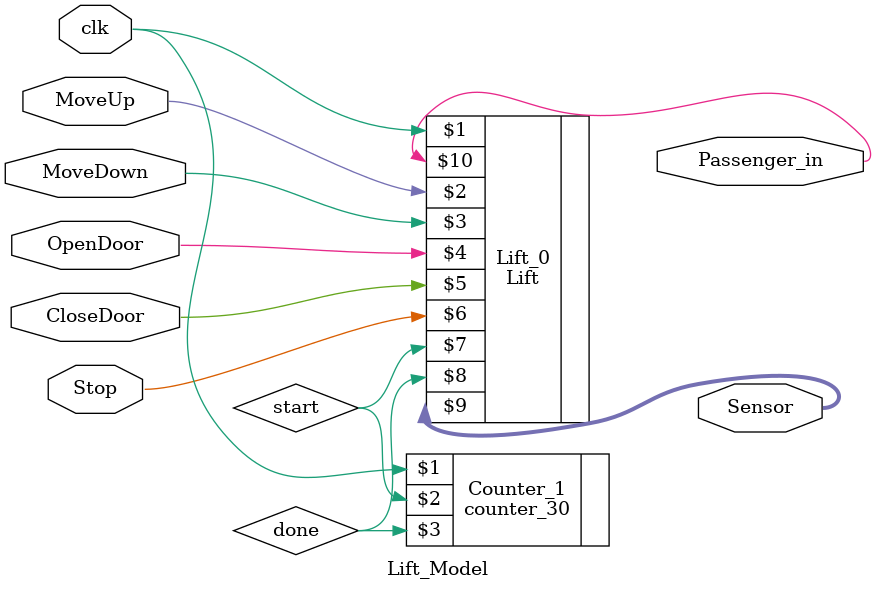
<source format=v>
module Lift_Model(clk,MoveUp,MoveDown,OpenDoor,CloseDoor,Stop,Sensor,Passenger_in);
	input clk,MoveUp,MoveDown,OpenDoor,CloseDoor,Stop;
	output [5:0] Sensor;
	output Passenger_in;

	wire start;
	wire done;

	Lift Lift_0(clk,MoveUp,MoveDown,OpenDoor,CloseDoor,Stop,start,done,Sensor,Passenger_in);
	counter_30 Counter_1(clk,start,done);
endmodule
</source>
